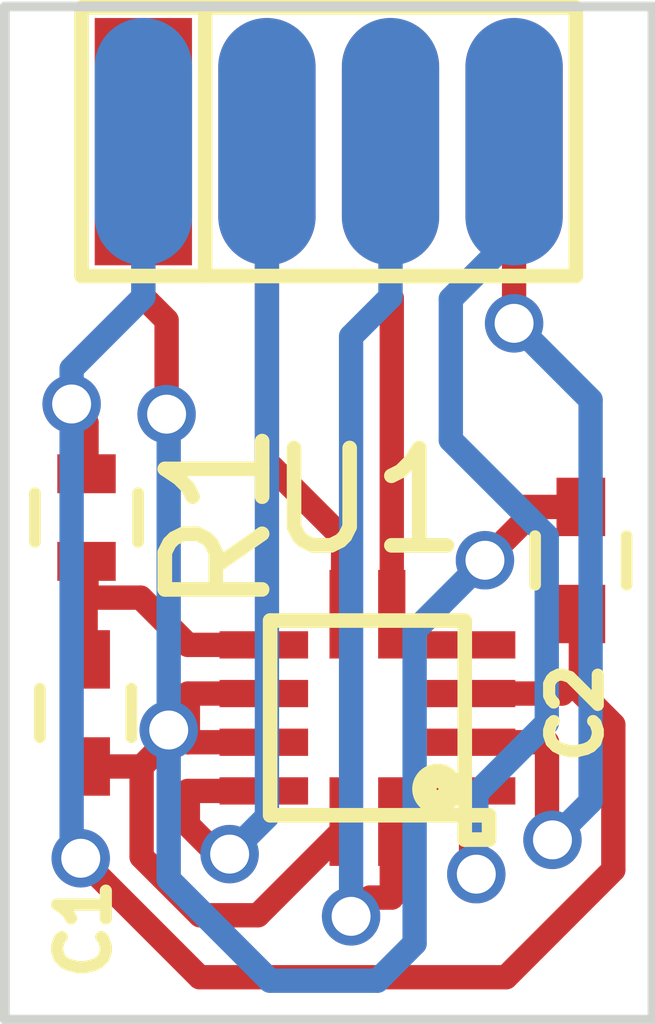
<source format=kicad_pcb>
(kicad_pcb (version 20171130) (host pcbnew "(6.0.0-rc1-dev-1538-g72c885797)")

  (general
    (thickness 1.6)
    (drawings 4)
    (tracks 98)
    (zones 0)
    (modules 5)
    (nets 10)
  )

  (page A4)
  (layers
    (0 F.Cu signal)
    (31 B.Cu signal)
    (32 B.Adhes user)
    (33 F.Adhes user)
    (34 B.Paste user)
    (35 F.Paste user)
    (36 B.SilkS user)
    (37 F.SilkS user)
    (38 B.Mask user hide)
    (39 F.Mask user hide)
    (40 Dwgs.User user hide)
    (41 Cmts.User user)
    (42 Eco1.User user)
    (43 Eco2.User user)
    (44 Edge.Cuts user)
    (45 Margin user)
    (46 B.CrtYd user)
    (47 F.CrtYd user)
    (48 B.Fab user)
    (49 F.Fab user hide)
  )

  (setup
    (last_trace_width 0.25)
    (trace_clearance 0.2)
    (zone_clearance 0.508)
    (zone_45_only no)
    (trace_min 0.2)
    (via_size 0.6)
    (via_drill 0.4)
    (via_min_size 0.4)
    (via_min_drill 0.3)
    (uvia_size 0.3)
    (uvia_drill 0.1)
    (uvias_allowed no)
    (uvia_min_size 0.2)
    (uvia_min_drill 0.1)
    (edge_width 0.1)
    (segment_width 0.2)
    (pcb_text_width 0.3)
    (pcb_text_size 1.5 1.5)
    (mod_edge_width 0.15)
    (mod_text_size 1 1)
    (mod_text_width 0.15)
    (pad_size 1.5 1.5)
    (pad_drill 0.6)
    (pad_to_mask_clearance 0)
    (solder_mask_min_width 0.25)
    (aux_axis_origin 142.127 93.127)
    (grid_origin 142.127 93.127)
    (visible_elements 7FFDFFFF)
    (pcbplotparams
      (layerselection 0x010f0_ffffffff)
      (usegerberextensions true)
      (usegerberattributes false)
      (usegerberadvancedattributes false)
      (creategerberjobfile false)
      (excludeedgelayer true)
      (linewidth 0.100000)
      (plotframeref false)
      (viasonmask false)
      (mode 1)
      (useauxorigin false)
      (hpglpennumber 1)
      (hpglpenspeed 20)
      (hpglpendiameter 15.000000)
      (psnegative false)
      (psa4output false)
      (plotreference true)
      (plotvalue true)
      (plotinvisibletext false)
      (padsonsilk false)
      (subtractmaskfromsilk false)
      (outputformat 1)
      (mirror false)
      (drillshape 0)
      (scaleselection 1)
      (outputdirectory "BMA253-ribbon-gerbers/"))
  )

  (net 0 "")
  (net 1 /VDD)
  (net 2 /GND)
  (net 3 /CSB)
  (net 4 /SCK)
  (net 5 /SDO)
  (net 6 /SDI)
  (net 7 /INT1)
  (net 8 /INT2)
  (net 9 "Net-(C1-Pad1)")

  (net_class Default "This is the default net class."
    (clearance 0.2)
    (trace_width 0.25)
    (via_dia 0.6)
    (via_drill 0.4)
    (uvia_dia 0.3)
    (uvia_drill 0.1)
    (add_net /CSB)
    (add_net /GND)
    (add_net /INT1)
    (add_net /INT2)
    (add_net /SCK)
    (add_net /SDI)
    (add_net /SDO)
    (add_net /VDD)
    (add_net "Net-(C1-Pad1)")
  )

  (module Resistors_SMD:R_0402 (layer F.Cu) (tedit 58E0A804) (tstamp 5D38B032)
    (at 142.966 98.3764 270)
    (descr "Resistor SMD 0402, reflow soldering, Vishay (see dcrcw.pdf)")
    (tags "resistor 0402")
    (path /5A62921F/5D38B9D1)
    (attr smd)
    (fp_text reference R1 (at 0 -1.35 270) (layer F.SilkS)
      (effects (font (size 1 1) (thickness 0.15)))
    )
    (fp_text value 1k (at 0 1.45 270) (layer F.Fab)
      (effects (font (size 1 1) (thickness 0.15)))
    )
    (fp_text user %R (at 0 -1.35 270) (layer F.Fab)
      (effects (font (size 1 1) (thickness 0.15)))
    )
    (fp_line (start -0.5 0.25) (end -0.5 -0.25) (layer F.Fab) (width 0.1))
    (fp_line (start 0.5 0.25) (end -0.5 0.25) (layer F.Fab) (width 0.1))
    (fp_line (start 0.5 -0.25) (end 0.5 0.25) (layer F.Fab) (width 0.1))
    (fp_line (start -0.5 -0.25) (end 0.5 -0.25) (layer F.Fab) (width 0.1))
    (fp_line (start 0.25 -0.53) (end -0.25 -0.53) (layer F.SilkS) (width 0.12))
    (fp_line (start -0.25 0.53) (end 0.25 0.53) (layer F.SilkS) (width 0.12))
    (fp_line (start -0.8 -0.45) (end 0.8 -0.45) (layer F.CrtYd) (width 0.05))
    (fp_line (start -0.8 -0.45) (end -0.8 0.45) (layer F.CrtYd) (width 0.05))
    (fp_line (start 0.8 0.45) (end 0.8 -0.45) (layer F.CrtYd) (width 0.05))
    (fp_line (start 0.8 0.45) (end -0.8 0.45) (layer F.CrtYd) (width 0.05))
    (pad 1 smd rect (at -0.45 0 270) (size 0.4 0.6) (layers F.Cu F.Paste F.Mask)
      (net 1 /VDD))
    (pad 2 smd rect (at 0.45 0 270) (size 0.4 0.6) (layers F.Cu F.Paste F.Mask)
      (net 9 "Net-(C1-Pad1)"))
    (model ${KISYS3DMOD}/Resistors_SMD.3dshapes/R_0402.wrl
      (at (xyz 0 0 0))
      (scale (xyz 1 1 1))
      (rotate (xyz 0 0 0))
    )
  )

  (module Capacitors_SMD:C_0402 (layer F.Cu) (tedit 58AA841A) (tstamp 5D38B00F)
    (at 148.046 98.817 90)
    (descr "Capacitor SMD 0402, reflow soldering, AVX (see smccp.pdf)")
    (tags "capacitor 0402")
    (path /5A62921F/5D38C602)
    (attr smd)
    (fp_text reference C2 (at -1.566 -0.0508 90) (layer F.SilkS)
      (effects (font (size 0.5 0.5) (thickness 0.125)))
    )
    (fp_text value 100nF (at 0 1.27 90) (layer F.Fab)
      (effects (font (size 1 1) (thickness 0.15)))
    )
    (fp_text user %R (at 0 -1.27 90) (layer F.Fab)
      (effects (font (size 1 1) (thickness 0.15)))
    )
    (fp_line (start -0.5 0.25) (end -0.5 -0.25) (layer F.Fab) (width 0.1))
    (fp_line (start 0.5 0.25) (end -0.5 0.25) (layer F.Fab) (width 0.1))
    (fp_line (start 0.5 -0.25) (end 0.5 0.25) (layer F.Fab) (width 0.1))
    (fp_line (start -0.5 -0.25) (end 0.5 -0.25) (layer F.Fab) (width 0.1))
    (fp_line (start 0.25 -0.47) (end -0.25 -0.47) (layer F.SilkS) (width 0.12))
    (fp_line (start -0.25 0.47) (end 0.25 0.47) (layer F.SilkS) (width 0.12))
    (fp_line (start -1 -0.4) (end 1 -0.4) (layer F.CrtYd) (width 0.05))
    (fp_line (start -1 -0.4) (end -1 0.4) (layer F.CrtYd) (width 0.05))
    (fp_line (start 1 0.4) (end 1 -0.4) (layer F.CrtYd) (width 0.05))
    (fp_line (start 1 0.4) (end -1 0.4) (layer F.CrtYd) (width 0.05))
    (pad 1 smd rect (at -0.55 0 90) (size 0.6 0.5) (layers F.Cu F.Paste F.Mask)
      (net 1 /VDD))
    (pad 2 smd rect (at 0.55 0 90) (size 0.6 0.5) (layers F.Cu F.Paste F.Mask)
      (net 2 /GND))
    (model Capacitors_SMD.3dshapes/C_0402.wrl
      (at (xyz 0 0 0))
      (scale (xyz 1 1 1))
      (rotate (xyz 0 0 0))
    )
  )

  (module Capacitors_SMD:C_0402 (layer F.Cu) (tedit 58AA841A) (tstamp 5A67E2E9)
    (at 142.957 100.383 270)
    (descr "Capacitor SMD 0402, reflow soldering, AVX (see smccp.pdf)")
    (tags "capacitor 0402")
    (path /5A62921F/5A629B02)
    (attr smd)
    (fp_text reference C1 (at 2.2182 0.0172 270) (layer F.SilkS)
      (effects (font (size 0.5 0.5) (thickness 0.125)))
    )
    (fp_text value 100nF (at 0 1.27 270) (layer F.Fab)
      (effects (font (size 1 1) (thickness 0.15)))
    )
    (fp_text user %R (at 0 -1.27 270) (layer F.Fab)
      (effects (font (size 1 1) (thickness 0.15)))
    )
    (fp_line (start -0.5 0.25) (end -0.5 -0.25) (layer F.Fab) (width 0.1))
    (fp_line (start 0.5 0.25) (end -0.5 0.25) (layer F.Fab) (width 0.1))
    (fp_line (start 0.5 -0.25) (end 0.5 0.25) (layer F.Fab) (width 0.1))
    (fp_line (start -0.5 -0.25) (end 0.5 -0.25) (layer F.Fab) (width 0.1))
    (fp_line (start 0.25 -0.47) (end -0.25 -0.47) (layer F.SilkS) (width 0.12))
    (fp_line (start -0.25 0.47) (end 0.25 0.47) (layer F.SilkS) (width 0.12))
    (fp_line (start -1 -0.4) (end 1 -0.4) (layer F.CrtYd) (width 0.05))
    (fp_line (start -1 -0.4) (end -1 0.4) (layer F.CrtYd) (width 0.05))
    (fp_line (start 1 0.4) (end 1 -0.4) (layer F.CrtYd) (width 0.05))
    (fp_line (start 1 0.4) (end -1 0.4) (layer F.CrtYd) (width 0.05))
    (pad 1 smd rect (at -0.55 0 270) (size 0.6 0.5) (layers F.Cu F.Paste F.Mask)
      (net 9 "Net-(C1-Pad1)"))
    (pad 2 smd rect (at 0.55 0 270) (size 0.6 0.5) (layers F.Cu F.Paste F.Mask)
      (net 2 /GND))
    (model Capacitors_SMD.3dshapes/C_0402.wrl
      (at (xyz 0 0 0))
      (scale (xyz 1 1 1))
      (rotate (xyz 0 0 0))
    )
  )

  (module izzy:conn-2x4-1.27mm-0.5in-pad (layer F.Cu) (tedit 5D3772A0) (tstamp 5D3797A5)
    (at 145.455 94.5156)
    (path /5D37E884)
    (attr smd)
    (fp_text reference J1 (at 0 2.54) (layer F.SilkS) hide
      (effects (font (size 1 1) (thickness 0.15)))
    )
    (fp_text value Conn_02x04_Counter_Clockwise (at 0 -2.54) (layer F.Fab)
      (effects (font (size 1 1) (thickness 0.15)))
    )
    (fp_line (start -2.54 1.38) (end -2.54 -1.38) (layer F.SilkS) (width 0.15))
    (fp_line (start 2.54 1.38) (end -2.54 1.38) (layer F.SilkS) (width 0.15))
    (fp_line (start 2.54 -1.38) (end 2.54 1.38) (layer F.SilkS) (width 0.15))
    (fp_line (start -2.54 -1.38) (end 2.54 -1.38) (layer F.SilkS) (width 0.15))
    (fp_line (start -1.27 -1.38) (end -1.27 1.38) (layer F.SilkS) (width 0.15))
    (pad 8 smd oval (at -1.905 0) (size 1 2.54) (layers B.Cu B.Paste B.Mask)
      (net 1 /VDD))
    (pad 7 smd oval (at -0.635 0) (size 1 2.54) (layers B.Cu B.Paste B.Mask)
      (net 3 /CSB))
    (pad 6 smd oval (at 0.635 0) (size 1 2.54) (layers B.Cu B.Paste B.Mask)
      (net 4 /SCK))
    (pad 5 smd oval (at 1.905 0) (size 1 2.54) (layers B.Cu B.Paste B.Mask)
      (net 5 /SDO))
    (pad 4 smd oval (at 1.905 0) (size 1 2.54) (layers F.Cu F.Paste F.Mask)
      (net 6 /SDI))
    (pad 3 smd oval (at 0.635 0) (size 1 2.54) (layers F.Cu F.Paste F.Mask)
      (net 7 /INT1))
    (pad 2 smd oval (at -0.635 0) (size 1 2.54) (layers F.Cu F.Paste F.Mask)
      (net 8 /INT2))
    (pad 1 smd rect (at -1.905 0) (size 1 2.54) (layers F.Cu F.Paste F.Mask)
      (net 2 /GND))
  )

  (module izzy:LGA-12 (layer F.Cu) (tedit 5D377292) (tstamp 5D379EB5)
    (at 145.853 100.434 180)
    (path /5A62921F/5A62982D)
    (attr smd)
    (fp_text reference U1 (at -0.0078 2.227 180) (layer F.SilkS)
      (effects (font (size 1 1) (thickness 0.15)))
    )
    (fp_text value BMA253 (at 0 -2.75 180) (layer F.Fab)
      (effects (font (size 1 1) (thickness 0.15)))
    )
    (fp_line (start 1 -1) (end -1 -1) (layer F.SilkS) (width 0.15))
    (fp_line (start -1 -1) (end -1 1) (layer F.SilkS) (width 0.15))
    (fp_line (start -1 1) (end 1 1) (layer F.SilkS) (width 0.15))
    (fp_line (start 1 1) (end 1 -1) (layer F.SilkS) (width 0.15))
    (fp_line (start -1 -1) (end -1 -1.25) (layer F.SilkS) (width 0.15))
    (fp_line (start -1 -1.25) (end -1.25 -1.25) (layer F.SilkS) (width 0.15))
    (fp_line (start -1.25 -1.25) (end -1.25 -1) (layer F.SilkS) (width 0.15))
    (fp_line (start -1.25 -1) (end -1 -1) (layer F.SilkS) (width 0.15))
    (fp_line (start -0.6 -0.6) (end 0.6 -0.6) (layer Dwgs.User) (width 0.12))
    (fp_line (start 0.6 -0.6) (end 0.6 0.6) (layer Dwgs.User) (width 0.12))
    (fp_line (start 0.6 0.6) (end -0.6 0.6) (layer Dwgs.User) (width 0.12))
    (fp_line (start -0.6 0.6) (end -0.6 -0.6) (layer Dwgs.User) (width 0.12))
    (fp_line (start -0.2 -0.6) (end -0.6 -0.2) (layer Dwgs.User) (width 0.12))
    (fp_line (start 0.3 -0.6) (end -0.6 0.3) (layer Dwgs.User) (width 0.12))
    (fp_line (start 0.6 -0.3) (end -0.3 0.6) (layer Dwgs.User) (width 0.12))
    (fp_line (start 0.6 0.3) (end 0.3 0.6) (layer Dwgs.User) (width 0.12))
    (fp_circle (center -0.72 -0.73) (end -0.72 -0.74) (layer F.SilkS) (width 0.25))
    (pad 1 smd rect (at -1.065 -0.75 180) (size 0.91 0.28) (layers F.Cu F.Paste F.Mask)
      (net 5 /SDO))
    (pad 2 smd rect (at -1.065 -0.25 180) (size 0.91 0.28) (layers F.Cu F.Paste F.Mask)
      (net 6 /SDI))
    (pad 3 smd rect (at -1.065 0.25 180) (size 0.91 0.28) (layers F.Cu F.Paste F.Mask)
      (net 1 /VDD))
    (pad 4 smd rect (at -1.065 0.75 180) (size 0.91 0.28) (layers F.Cu F.Paste F.Mask))
    (pad 5 smd rect (at -0.25 1.065 180) (size 0.28 0.91) (layers F.Cu F.Paste F.Mask)
      (net 7 /INT1))
    (pad 6 smd rect (at 0.25 1.065 180) (size 0.28 0.91) (layers F.Cu F.Paste F.Mask)
      (net 8 /INT2))
    (pad 7 smd rect (at 1.065 0.75 180) (size 0.91 0.28) (layers F.Cu F.Paste F.Mask)
      (net 9 "Net-(C1-Pad1)"))
    (pad 8 smd rect (at 1.065 0.25 180) (size 0.91 0.28) (layers F.Cu F.Paste F.Mask)
      (net 2 /GND))
    (pad 9 smd rect (at 1.065 -0.25 180) (size 0.91 0.28) (layers F.Cu F.Paste F.Mask)
      (net 2 /GND))
    (pad 10 smd rect (at 1.065 -0.75 180) (size 0.91 0.28) (layers F.Cu F.Paste F.Mask)
      (net 3 /CSB))
    (pad 11 smd rect (at 0.25 -1.065 180) (size 0.28 0.91) (layers F.Cu F.Paste F.Mask)
      (net 2 /GND))
    (pad 12 smd rect (at -0.25 -1.065 180) (size 0.28 0.91) (layers F.Cu F.Paste F.Mask)
      (net 4 /SCK))
  )

  (gr_line (start 148.7822 103.5326) (end 142.127 103.5326) (angle 90) (layer Edge.Cuts) (width 0.1) (tstamp 5D38BCF5))
  (gr_line (start 148.7822 93.127) (end 148.7822 103.5326) (angle 90) (layer Edge.Cuts) (width 0.1))
  (gr_line (start 142.127 93.127) (end 148.7822 93.127) (angle 90) (layer Edge.Cuts) (width 0.1))
  (gr_line (start 142.127 103.5326) (end 142.127 93.127) (angle 90) (layer Edge.Cuts) (width 0.1))

  (segment (start 147.9572 100.0811) (end 148.3797 100.5037) (width 0.25) (layer F.Cu) (net 1))
  (segment (start 148.3797 100.5037) (end 148.3797 101.9949) (width 0.25) (layer F.Cu) (net 1))
  (segment (start 148.3797 101.9949) (end 147.2771 103.0975) (width 0.25) (layer F.Cu) (net 1))
  (segment (start 147.2771 103.0975) (end 144.1285 103.0975) (width 0.25) (layer F.Cu) (net 1))
  (segment (start 144.1285 103.0975) (end 142.9066 101.8756) (width 0.25) (layer F.Cu) (net 1))
  (segment (start 142.813 97.2099) (end 142.813 101.782) (width 0.25) (layer B.Cu) (net 1))
  (segment (start 142.813 101.782) (end 142.9066 101.8756) (width 0.25) (layer B.Cu) (net 1))
  (segment (start 147.6983 100.184) (end 147.8539 100.184) (width 0.25) (layer F.Cu) (net 1))
  (segment (start 147.8539 100.184) (end 147.9568 100.0811) (width 0.25) (layer F.Cu) (net 1))
  (segment (start 147.9568 100.0811) (end 147.9571 100.0811) (width 0.25) (layer F.Cu) (net 1))
  (segment (start 147.9571 100.0811) (end 147.9572 100.0811) (width 0.25) (layer F.Cu) (net 1))
  (segment (start 147.9572 100.0811) (end 148.046 99.9923) (width 0.25) (layer F.Cu) (net 1))
  (segment (start 148.046 99.367) (end 148.046 99.9923) (width 0.25) (layer F.Cu) (net 1))
  (segment (start 143.55 96.1109) (end 142.813 96.8479) (width 0.25) (layer B.Cu) (net 1))
  (segment (start 142.813 96.8479) (end 142.813 97.2099) (width 0.25) (layer B.Cu) (net 1))
  (segment (start 142.813 97.2099) (end 142.813 97.2481) (width 0.25) (layer F.Cu) (net 1))
  (segment (start 142.813 97.2481) (end 142.966 97.4011) (width 0.25) (layer F.Cu) (net 1))
  (segment (start 142.966 97.9264) (end 142.966 97.4011) (width 0.25) (layer F.Cu) (net 1))
  (segment (start 143.55 94.5156) (end 143.55 96.1109) (width 0.25) (layer B.Cu) (net 1))
  (segment (start 146.918 100.184) (end 147.6983 100.184) (width 0.25) (layer F.Cu) (net 1))
  (via (at 142.9066 101.8756) (size 0.6) (layers F.Cu B.Cu) (net 1))
  (via (at 142.813 97.2099) (size 0.6) (layers F.Cu B.Cu) (net 1))
  (segment (start 143.8107 100.5584) (end 143.8107 102.0914) (width 0.25) (layer B.Cu) (net 2))
  (segment (start 143.8107 102.0914) (end 144.8524 103.1331) (width 0.25) (layer B.Cu) (net 2))
  (segment (start 144.8524 103.1331) (end 145.9551 103.1331) (width 0.25) (layer B.Cu) (net 2))
  (segment (start 145.9551 103.1331) (end 146.3377 102.7505) (width 0.25) (layer B.Cu) (net 2))
  (segment (start 146.3377 102.7505) (end 146.3377 99.5376) (width 0.25) (layer B.Cu) (net 2))
  (segment (start 146.3377 99.5376) (end 147.0605 98.8148) (width 0.25) (layer B.Cu) (net 2))
  (segment (start 143.5323 100.933) (end 143.5323 101.8604) (width 0.25) (layer F.Cu) (net 2))
  (segment (start 143.5323 101.8604) (end 144.1331 102.4612) (width 0.25) (layer F.Cu) (net 2))
  (segment (start 144.1331 102.4612) (end 144.7268 102.4612) (width 0.25) (layer F.Cu) (net 2))
  (segment (start 144.7268 102.4612) (end 145.603 101.585) (width 0.25) (layer F.Cu) (net 2))
  (segment (start 145.603 101.585) (end 145.603 101.499) (width 0.25) (layer F.Cu) (net 2))
  (segment (start 143.55 94.5156) (end 143.55 96.1109) (width 0.25) (layer F.Cu) (net 2))
  (segment (start 143.789 97.3144) (end 143.789 96.3499) (width 0.25) (layer F.Cu) (net 2))
  (segment (start 143.789 96.3499) (end 143.55 96.1109) (width 0.25) (layer F.Cu) (net 2))
  (segment (start 143.8107 100.5584) (end 143.8107 97.3361) (width 0.25) (layer B.Cu) (net 2))
  (segment (start 143.8107 97.3361) (end 143.789 97.3144) (width 0.25) (layer B.Cu) (net 2))
  (segment (start 143.8545 100.6108) (end 143.8107 100.567) (width 0.25) (layer F.Cu) (net 2))
  (segment (start 143.8107 100.567) (end 143.8107 100.5584) (width 0.25) (layer F.Cu) (net 2))
  (segment (start 148.046 98.267) (end 147.4707 98.267) (width 0.25) (layer F.Cu) (net 2))
  (segment (start 147.0605 98.8148) (end 147.4707 98.4046) (width 0.25) (layer F.Cu) (net 2))
  (segment (start 147.4707 98.4046) (end 147.4707 98.267) (width 0.25) (layer F.Cu) (net 2))
  (segment (start 143.8545 100.6108) (end 143.5323 100.933) (width 0.25) (layer F.Cu) (net 2))
  (segment (start 144.0077 100.684) (end 143.9345 100.6108) (width 0.25) (layer F.Cu) (net 2))
  (segment (start 143.9345 100.6108) (end 143.8545 100.6108) (width 0.25) (layer F.Cu) (net 2))
  (segment (start 144.0077 100.684) (end 144.0077 100.184) (width 0.25) (layer F.Cu) (net 2))
  (segment (start 142.957 100.933) (end 143.5323 100.933) (width 0.25) (layer F.Cu) (net 2))
  (segment (start 144.788 100.184) (end 144.0077 100.184) (width 0.25) (layer F.Cu) (net 2))
  (segment (start 144.788 100.684) (end 144.0077 100.684) (width 0.25) (layer F.Cu) (net 2))
  (via (at 143.789 97.3144) (size 0.6) (layers F.Cu B.Cu) (net 2))
  (via (at 147.0605 98.8148) (size 0.6) (layers F.Cu B.Cu) (net 2))
  (via (at 143.8107 100.5584) (size 0.6) (layers F.Cu B.Cu) (net 2))
  (segment (start 144.0077 101.184) (end 144.0077 101.533) (width 0.25) (layer F.Cu) (net 3))
  (segment (start 144.0077 101.533) (end 144.3077 101.833) (width 0.25) (layer F.Cu) (net 3))
  (segment (start 144.3077 101.833) (end 144.4368 101.833) (width 0.25) (layer F.Cu) (net 3))
  (segment (start 144.82 94.5156) (end 144.82 101.4498) (width 0.25) (layer B.Cu) (net 3))
  (segment (start 144.82 101.4498) (end 144.4368 101.833) (width 0.25) (layer B.Cu) (net 3))
  (segment (start 144.788 101.184) (end 144.0077 101.184) (width 0.25) (layer F.Cu) (net 3))
  (via (at 144.4368 101.833) (size 0.6) (layers F.Cu B.Cu) (net 3))
  (segment (start 146.09 94.5156) (end 146.09 96.1109) (width 0.25) (layer B.Cu) (net 4))
  (segment (start 146.103 102.2793) (end 145.8778 102.2793) (width 0.25) (layer F.Cu) (net 4))
  (segment (start 145.8778 102.2793) (end 145.685 102.4721) (width 0.25) (layer F.Cu) (net 4))
  (segment (start 146.09 96.1109) (end 145.685 96.5159) (width 0.25) (layer B.Cu) (net 4))
  (segment (start 145.685 96.5159) (end 145.685 102.4721) (width 0.25) (layer B.Cu) (net 4))
  (segment (start 146.103 101.499) (end 146.103 102.2793) (width 0.25) (layer F.Cu) (net 4))
  (via (at 145.685 102.4721) (size 0.6) (layers F.Cu B.Cu) (net 4))
  (segment (start 146.918 101.184) (end 146.918 101.9854) (width 0.25) (layer F.Cu) (net 5))
  (segment (start 146.918 101.9854) (end 146.9716 102.039) (width 0.25) (layer F.Cu) (net 5))
  (segment (start 147.36 94.5156) (end 147.36 95.4811) (width 0.25) (layer B.Cu) (net 5))
  (segment (start 147.36 95.4811) (end 146.7098 96.1313) (width 0.25) (layer B.Cu) (net 5))
  (segment (start 146.7098 96.1313) (end 146.7098 97.5797) (width 0.25) (layer B.Cu) (net 5))
  (segment (start 146.7098 97.5797) (end 147.6957 98.5656) (width 0.25) (layer B.Cu) (net 5))
  (segment (start 147.6957 98.5656) (end 147.6957 100.4852) (width 0.25) (layer B.Cu) (net 5))
  (segment (start 147.6957 100.4852) (end 146.9716 101.2093) (width 0.25) (layer B.Cu) (net 5))
  (segment (start 146.9716 101.2093) (end 146.9716 102.039) (width 0.25) (layer B.Cu) (net 5))
  (via (at 146.9716 102.039) (size 0.6) (layers F.Cu B.Cu) (net 5))
  (segment (start 147.6983 100.684) (end 147.6983 101.6306) (width 0.25) (layer F.Cu) (net 6))
  (segment (start 147.6983 101.6306) (end 147.7543 101.6866) (width 0.25) (layer F.Cu) (net 6))
  (segment (start 147.36 96.3815) (end 148.1461 97.1676) (width 0.25) (layer B.Cu) (net 6))
  (segment (start 148.1461 97.1676) (end 148.1461 101.2948) (width 0.25) (layer B.Cu) (net 6))
  (segment (start 148.1461 101.2948) (end 147.7543 101.6866) (width 0.25) (layer B.Cu) (net 6))
  (segment (start 146.918 100.684) (end 147.6983 100.684) (width 0.25) (layer F.Cu) (net 6))
  (segment (start 147.36 96.3815) (end 147.36 94.5156) (width 0.25) (layer F.Cu) (net 6))
  (via (at 147.36 96.3815) (size 0.6) (layers F.Cu B.Cu) (net 6))
  (via (at 147.7543 101.6866) (size 0.6) (layers F.Cu B.Cu) (net 6))
  (segment (start 146.103 99.369) (end 146.103 96.1239) (width 0.25) (layer F.Cu) (net 7))
  (segment (start 146.103 96.1239) (end 146.09 96.1109) (width 0.25) (layer F.Cu) (net 7))
  (segment (start 146.09 94.5156) (end 146.09 96.1109) (width 0.25) (layer F.Cu) (net 7))
  (segment (start 145.603 99.369) (end 145.603 98.5887) (width 0.25) (layer F.Cu) (net 8))
  (segment (start 145.603 98.5887) (end 144.82 97.8057) (width 0.25) (layer F.Cu) (net 8))
  (segment (start 144.82 97.8057) (end 144.82 94.5156) (width 0.25) (layer F.Cu) (net 8))
  (segment (start 142.966 99.1987) (end 142.966 98.8264) (width 0.25) (layer F.Cu) (net 9))
  (segment (start 142.957 99.2077) (end 142.966 99.1987) (width 0.25) (layer F.Cu) (net 9))
  (segment (start 144.0077 99.684) (end 143.5224 99.1987) (width 0.25) (layer F.Cu) (net 9))
  (segment (start 143.5224 99.1987) (end 142.966 99.1987) (width 0.25) (layer F.Cu) (net 9))
  (segment (start 144.788 99.684) (end 144.0077 99.684) (width 0.25) (layer F.Cu) (net 9))
  (segment (start 142.957 99.833) (end 142.957 99.2077) (width 0.25) (layer F.Cu) (net 9))

  (zone (net 0) (net_name "") (layer F.Cu) (tstamp 0) (hatch edge 0.508)
    (connect_pads (clearance 0.508))
    (min_thickness 0.254)
    (keepout (tracks not_allowed) (vias not_allowed) (copperpour allowed))
    (fill (arc_segments 32) (thermal_gap 0.508) (thermal_bridge_width 0.508))
    (polygon
      (pts
        (xy 146.457101 101.043) (xy 146.457102 99.8238) (xy 145.237902 99.8238) (xy 145.237902 101.043)
      )
    )
  )
)

</source>
